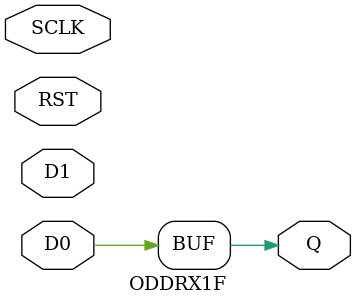
<source format=v>

/* verilator lint_off DECLFILENAME */
/* verilator lint_off UNUSEDPARAM */
/* verilator lint_off UNUSEDSIGNAL */

// ECP5 PLL primitive
module EHXPLLL (
    input  CLKI,
    input  CLKFB,
    input  PHASESEL1,
    input  PHASESEL0,
    input  PHASEDIR,
    input  PHASESTEP,
    input  PHASELOADREG,
    input  STDBY,
    input  PLLWAKESYNC,
    input  RST,
    input  ENCLKOP,
    input  ENCLKOS,
    input  ENCLKOS2,
    input  ENCLKOS3,
    output CLKOP,
    output CLKOS,
    output CLKOS2,
    output CLKOS3,
    output LOCK,
    output INTLOCK,
    output REFCLK,
    output CLKINTFB
);
    parameter CLKI_DIV = 1;
    parameter CLKFB_DIV = 1;
    parameter CLKOP_DIV = 1;
    parameter CLKOS_DIV = 1;
    parameter CLKOS2_DIV = 1;
    parameter CLKOS3_DIV = 1;
    parameter CLKOP_ENABLE = "ENABLED";
    parameter CLKOS_ENABLE = "DISABLED";
    parameter CLKOS2_ENABLE = "DISABLED";
    parameter CLKOS3_ENABLE = "DISABLED";
    parameter CLKOP_CPHASE = 0;
    parameter CLKOS_CPHASE = 0;
    parameter CLKOS2_CPHASE = 0;
    parameter CLKOS3_CPHASE = 0;
    parameter CLKOP_FPHASE = 0;
    parameter CLKOS_FPHASE = 0;
    parameter CLKOS2_FPHASE = 0;
    parameter CLKOS3_FPHASE = 0;
    parameter FEEDBK_PATH = "CLKOP";
    parameter OUTDIVIDER_MUXA = "DIVA";
    parameter OUTDIVIDER_MUXB = "DIVB";
    parameter OUTDIVIDER_MUXC = "DIVC";
    parameter OUTDIVIDER_MUXD = "DIVD";
    parameter PLLRST_ENA = "DISABLED";
    parameter STDBY_ENABLE = "DISABLED";
    parameter DPHASE_SOURCE = "DISABLED";
    parameter INTFB_WAKE = "DISABLED";

    // Stub behavior: pass through for simulation
    assign CLKOP = CLKI;
    assign CLKOS = CLKI;
    assign CLKOS2 = CLKI;
    assign CLKOS3 = CLKI;
    assign LOCK = 1'b1;
    assign INTLOCK = 1'b1;
    assign REFCLK = CLKI;
    assign CLKINTFB = CLKI;
endmodule

// ECP5 DDR output primitive
module ODDRX1F (
    input  D0,
    input  D1,
    input  SCLK,
    input  RST,
    output Q
);
    // Stub behavior: output D0 (simplified)
    assign Q = D0;
endmodule

/* verilator lint_on UNUSEDSIGNAL */
/* verilator lint_on UNUSEDPARAM */
/* verilator lint_on DECLFILENAME */

</source>
